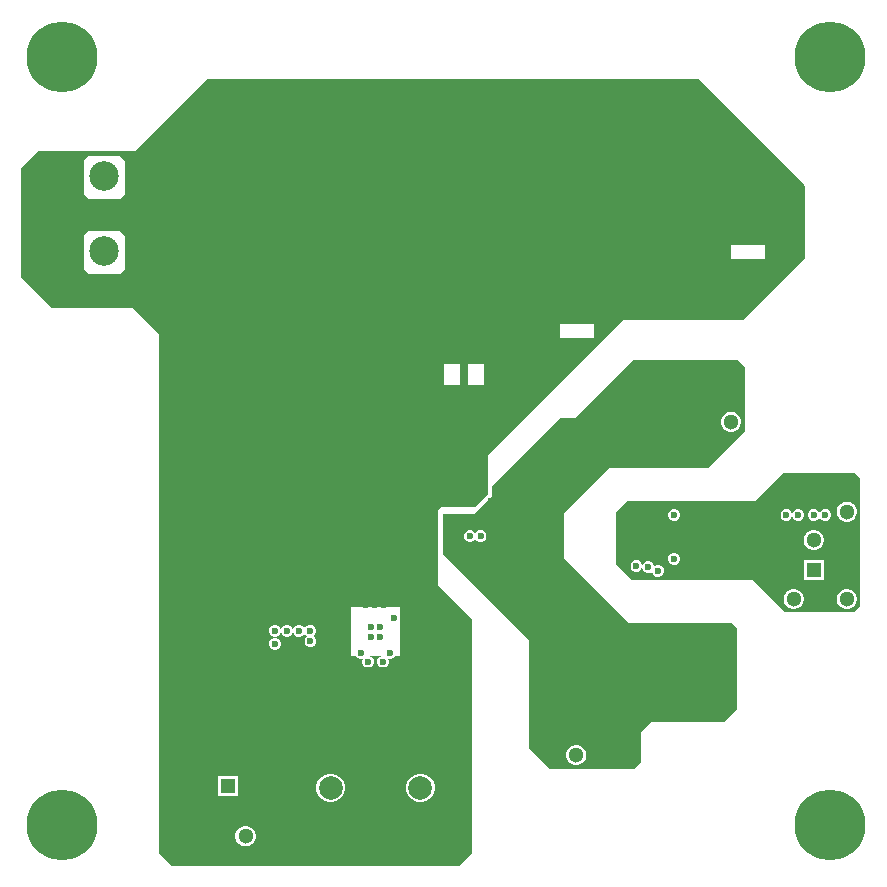
<source format=gbr>
%TF.GenerationSoftware,Altium Limited,Altium Designer,22.9.1 (49)*%
G04 Layer_Physical_Order=2*
G04 Layer_Color=36540*
%FSLAX45Y45*%
%MOMM*%
%TF.SameCoordinates,E77D5F78-0586-4990-9624-58BD59020D5A*%
%TF.FilePolarity,Positive*%
%TF.FileFunction,Copper,L2,Inr,Signal*%
%TF.Part,Single*%
G01*
G75*
%TA.AperFunction,ComponentPad*%
%ADD51C,2.50000*%
%ADD52C,1.30000*%
%ADD53C,0.60000*%
%ADD54R,1.30000X1.30000*%
%ADD55R,1.30000X1.30000*%
%ADD56C,1.90500*%
%ADD57C,2.00660*%
%ADD58C,6.00000*%
%TA.AperFunction,ViaPad*%
%ADD59C,0.60000*%
G36*
X6279999Y4370000D02*
X6280000Y3830000D01*
X5970000Y3520000D01*
X5125722Y3519999D01*
X4980000Y3374278D01*
X4750000Y3140000D01*
Y2749999D01*
X4975800Y2524199D01*
X5289999Y2210000D01*
X6159999Y2209999D01*
X6210000Y2159999D01*
X6210000Y1479999D01*
X6100000Y1370000D01*
X5490000D01*
X5400000Y1280000D01*
Y1030000D01*
X5339999Y970000D01*
X4630000D01*
X4450000Y1149999D01*
Y2059999D01*
X4199999Y2309999D01*
X4060000Y2449999D01*
X3720000Y2789999D01*
X3720000Y3130000D01*
X3990000D01*
X4140000Y3280000D01*
Y3370000D01*
X4710000Y3940000D01*
X4840000Y3940000D01*
X5329999Y4430000D01*
X6220000D01*
X6279999Y4370000D01*
D02*
G37*
G36*
X7250000Y3430000D02*
Y2350000D01*
X7200000Y2300000D01*
X6620000D01*
X6350000Y2570000D01*
X5320000D01*
X5190000Y2700000D01*
Y3150000D01*
X5280000Y3240000D01*
X6360000D01*
X6600000Y3480000D01*
X7200000Y3480000D01*
X7250000Y3430000D01*
D02*
G37*
G36*
X6790000Y5910000D02*
Y5300000D01*
X6260000Y4770000D01*
X5250000D01*
X4100000Y3620000D01*
Y3300000D01*
X3990000Y3190000D01*
X3710000D01*
X3680000Y3160000D01*
Y2530000D01*
X3970000Y2240000D01*
Y260000D01*
X3860000Y150000D01*
X1430000D01*
X1320000Y260000D01*
Y4650000D01*
X1100000Y4870000D01*
X410000D01*
X150000Y5130000D01*
Y6060000D01*
X290000Y6200000D01*
X1110000D01*
X1720000Y6810000D01*
X5890000D01*
X6790000Y5910000D01*
D02*
G37*
%LPC*%
G36*
X6171190Y3994999D02*
X6148809D01*
X6127191Y3989207D01*
X6107808Y3978016D01*
X6091983Y3962191D01*
X6080792Y3942808D01*
X6075000Y3921190D01*
Y3898809D01*
X6080792Y3877191D01*
X6091983Y3857808D01*
X6107808Y3841983D01*
X6127191Y3830792D01*
X6148809Y3825000D01*
X6171190D01*
X6192808Y3830792D01*
X6212191Y3841983D01*
X6228017Y3857808D01*
X6239207Y3877191D01*
X6244999Y3898809D01*
Y3921190D01*
X6239207Y3942808D01*
X6228017Y3962191D01*
X6212191Y3978016D01*
X6192808Y3989207D01*
X6171190Y3994999D01*
D02*
G37*
G36*
X4049946Y2990000D02*
X4030054D01*
X4011677Y2982388D01*
X4003297Y2974008D01*
X3995000Y2969684D01*
X3986703Y2974008D01*
X3978323Y2982388D01*
X3959946Y2990000D01*
X3940054D01*
X3921677Y2982388D01*
X3907612Y2968323D01*
X3900000Y2949946D01*
Y2930054D01*
X3907612Y2911677D01*
X3921677Y2897612D01*
X3940054Y2890000D01*
X3959946D01*
X3978323Y2897612D01*
X3986703Y2905992D01*
X3995000Y2910316D01*
X4003297Y2905992D01*
X4011677Y2897612D01*
X4030054Y2890000D01*
X4049946D01*
X4068323Y2897612D01*
X4082388Y2911677D01*
X4090000Y2930054D01*
Y2949946D01*
X4082388Y2968323D01*
X4068323Y2982388D01*
X4049946Y2990000D01*
D02*
G37*
G36*
X4861190Y1175000D02*
X4838809D01*
X4817191Y1169207D01*
X4797808Y1158017D01*
X4781983Y1142191D01*
X4770792Y1122809D01*
X4765000Y1101190D01*
Y1078809D01*
X4770792Y1057191D01*
X4781983Y1037809D01*
X4797808Y1021983D01*
X4817191Y1010792D01*
X4838809Y1005000D01*
X4861190D01*
X4882808Y1010792D01*
X4902191Y1021983D01*
X4918016Y1037809D01*
X4929207Y1057191D01*
X4934999Y1078809D01*
Y1101190D01*
X4929207Y1122809D01*
X4918016Y1142191D01*
X4902191Y1158017D01*
X4882808Y1169207D01*
X4861190Y1175000D01*
D02*
G37*
G36*
X6969945Y3170000D02*
X6950054D01*
X6931677Y3162388D01*
X6917612Y3148323D01*
X6910000Y3129946D01*
X6902388Y3148323D01*
X6888323Y3162388D01*
X6869946Y3170000D01*
X6850054D01*
X6831677Y3162388D01*
X6817612Y3148323D01*
X6810000Y3129946D01*
Y3110054D01*
X6817612Y3091677D01*
X6831677Y3077612D01*
X6850054Y3070000D01*
X6869946D01*
X6888323Y3077612D01*
X6902388Y3091677D01*
X6910000Y3110054D01*
X6917612Y3091677D01*
X6931677Y3077612D01*
X6950054Y3070000D01*
X6969945D01*
X6988323Y3077612D01*
X7002388Y3091677D01*
X7010000Y3110054D01*
Y3129946D01*
X7002388Y3148323D01*
X6988323Y3162388D01*
X6969945Y3170000D01*
D02*
G37*
G36*
X6739946D02*
X6720054D01*
X6701677Y3162388D01*
X6687612Y3148323D01*
X6680000Y3129946D01*
Y3110054D01*
X6687612Y3091677D01*
X6701677Y3077612D01*
X6720054Y3070000D01*
X6739946D01*
X6758323Y3077612D01*
X6772388Y3091677D01*
X6780000Y3110054D01*
Y3129946D01*
X6772388Y3148323D01*
X6758323Y3162388D01*
X6739946Y3170000D01*
D02*
G37*
G36*
X6639946D02*
X6620054D01*
X6601677Y3162388D01*
X6587612Y3148323D01*
X6580000Y3129946D01*
Y3110054D01*
X6587612Y3091677D01*
X6601677Y3077612D01*
X6620054Y3070000D01*
X6639946D01*
X6658323Y3077612D01*
X6672388Y3091677D01*
X6680000Y3110054D01*
Y3129946D01*
X6672388Y3148323D01*
X6658323Y3162388D01*
X6639946Y3170000D01*
D02*
G37*
G36*
X5689945Y3170000D02*
X5670054D01*
X5651677Y3162388D01*
X5637612Y3148322D01*
X5630000Y3129945D01*
Y3110054D01*
X5637612Y3091677D01*
X5651677Y3077612D01*
X5670054Y3070000D01*
X5689945D01*
X5708322Y3077612D01*
X5722388Y3091677D01*
X5729999Y3110054D01*
Y3129945D01*
X5722388Y3148322D01*
X5708322Y3162388D01*
X5689945Y3170000D01*
D02*
G37*
G36*
X7151190Y3234999D02*
X7128809D01*
X7107191Y3229207D01*
X7087809Y3218016D01*
X7071983Y3202191D01*
X7060792Y3182808D01*
X7055000Y3161190D01*
Y3138809D01*
X7060792Y3117191D01*
X7071983Y3097808D01*
X7087809Y3081983D01*
X7107191Y3070792D01*
X7128809Y3065000D01*
X7151190D01*
X7172808Y3070792D01*
X7192191Y3081983D01*
X7208017Y3097808D01*
X7219207Y3117191D01*
X7225000Y3138809D01*
Y3161190D01*
X7219207Y3182808D01*
X7208017Y3202191D01*
X7192191Y3218016D01*
X7172808Y3229207D01*
X7151190Y3234999D01*
D02*
G37*
G36*
X6871189Y2995000D02*
X6848809D01*
X6827190Y2989207D01*
X6807808Y2978017D01*
X6791982Y2962191D01*
X6780792Y2942808D01*
X6774999Y2921190D01*
Y2898809D01*
X6780792Y2877191D01*
X6791982Y2857809D01*
X6807808Y2841983D01*
X6827190Y2830792D01*
X6848809Y2825000D01*
X6871189D01*
X6892808Y2830792D01*
X6912190Y2841983D01*
X6928016Y2857809D01*
X6939206Y2877191D01*
X6944999Y2898809D01*
Y2921190D01*
X6939206Y2942808D01*
X6928016Y2962191D01*
X6912190Y2978017D01*
X6892808Y2989207D01*
X6871189Y2995000D01*
D02*
G37*
G36*
X5689945Y2799999D02*
X5670054D01*
X5651677Y2792388D01*
X5637612Y2778322D01*
X5630000Y2759945D01*
Y2740054D01*
X5637612Y2721677D01*
X5651677Y2707612D01*
X5670054Y2700000D01*
X5689945D01*
X5708322Y2707612D01*
X5722388Y2721677D01*
X5729999Y2740054D01*
Y2759945D01*
X5722388Y2778322D01*
X5708322Y2792388D01*
X5689945Y2799999D01*
D02*
G37*
G36*
X5369946Y2740000D02*
X5350054D01*
X5331677Y2732388D01*
X5317612Y2718323D01*
X5310000Y2699946D01*
Y2680054D01*
X5317612Y2661677D01*
X5331677Y2647612D01*
X5350054Y2640000D01*
X5369946D01*
X5388323Y2647612D01*
X5402388Y2661677D01*
X5410000Y2680054D01*
Y2699946D01*
X5402388Y2718323D01*
X5388323Y2732388D01*
X5369946Y2740000D01*
D02*
G37*
G36*
X5469946Y2730000D02*
X5450054D01*
X5431677Y2722388D01*
X5417612Y2708323D01*
X5410000Y2689946D01*
Y2670054D01*
X5417612Y2651677D01*
X5431677Y2637612D01*
X5450054Y2630000D01*
X5469946D01*
X5488323Y2637612D01*
X5490224Y2639513D01*
X5497612Y2621677D01*
X5511677Y2607612D01*
X5530054Y2600000D01*
X5549946D01*
X5568323Y2607612D01*
X5582388Y2621677D01*
X5590000Y2640054D01*
Y2659946D01*
X5582388Y2678323D01*
X5568323Y2692388D01*
X5549946Y2700000D01*
X5530054D01*
X5511677Y2692388D01*
X5509776Y2690487D01*
X5502388Y2708323D01*
X5488323Y2722388D01*
X5469946Y2730000D01*
D02*
G37*
G36*
X6944999Y2741000D02*
X6774999D01*
Y2571000D01*
X6944999D01*
Y2741000D01*
D02*
G37*
G36*
X6701160Y2494999D02*
X6678779D01*
X6657160Y2489207D01*
X6637778Y2478016D01*
X6621952Y2462190D01*
X6610762Y2442808D01*
X6604969Y2421190D01*
Y2398809D01*
X6610762Y2377191D01*
X6621952Y2357808D01*
X6637778Y2341982D01*
X6657160Y2330792D01*
X6678779Y2324999D01*
X6701160D01*
X6722778Y2330792D01*
X6742160Y2341982D01*
X6757986Y2357808D01*
X6769176Y2377191D01*
X6774969Y2398809D01*
Y2421190D01*
X6769176Y2442808D01*
X6757986Y2462190D01*
X6742160Y2478016D01*
X6722778Y2489207D01*
X6701160Y2494999D01*
D02*
G37*
G36*
X7151191Y2494999D02*
X7128810D01*
X7107192Y2489206D01*
X7087809Y2478016D01*
X7071983Y2462190D01*
X7060793Y2442807D01*
X7055000Y2421189D01*
Y2398808D01*
X7060793Y2377190D01*
X7071983Y2357808D01*
X7087809Y2341982D01*
X7107192Y2330791D01*
X7128810Y2324999D01*
X7151191D01*
X7172809Y2330791D01*
X7192191Y2341982D01*
X7208017Y2357808D01*
X7219208Y2377190D01*
X7225000Y2398808D01*
Y2421189D01*
X7219208Y2442807D01*
X7208017Y2462190D01*
X7192191Y2478016D01*
X7172809Y2489206D01*
X7151191Y2494999D01*
D02*
G37*
G36*
X990000Y6160000D02*
X720000D01*
X680000Y6120000D01*
Y5840000D01*
X720000Y5800000D01*
X990000D01*
X1030000Y5840000D01*
Y6120000D01*
X990000Y6160000D01*
D02*
G37*
G36*
X6450000Y5410000D02*
X6160000D01*
Y5290000D01*
X6450000Y5290000D01*
Y5410000D01*
D02*
G37*
G36*
X990000Y5525000D02*
X720000D01*
X680000Y5485000D01*
Y5205000D01*
X720000Y5165000D01*
X990000D01*
X1030000Y5205000D01*
Y5485000D01*
X990000Y5525000D01*
D02*
G37*
G36*
X5000000Y4740000D02*
X4710000D01*
Y4620000D01*
X5000000Y4620000D01*
Y4740000D01*
D02*
G37*
G36*
X4070000Y4400000D02*
X3930000D01*
Y4220000D01*
X4070000D01*
Y4400000D01*
D02*
G37*
G36*
X3870000D02*
X3730000D01*
Y4220000D01*
X3870000D01*
Y4400000D01*
D02*
G37*
G36*
X2609946Y2190000D02*
X2590054D01*
X2571677Y2182388D01*
X2557612Y2168323D01*
X2550000Y2149946D01*
X2542388Y2168323D01*
X2528323Y2182388D01*
X2509946Y2190000D01*
X2490054D01*
X2471677Y2182388D01*
X2457612Y2168323D01*
X2450000Y2149946D01*
Y2130054D01*
X2457612Y2111677D01*
X2471677Y2097612D01*
X2490054Y2090000D01*
X2509946D01*
X2528323Y2097612D01*
X2542388Y2111677D01*
X2550000Y2130054D01*
X2557612Y2111677D01*
X2571677Y2097612D01*
X2577983Y2095000D01*
X2571677Y2092388D01*
X2557612Y2078323D01*
X2550000Y2059946D01*
Y2040054D01*
X2557612Y2021677D01*
X2571677Y2007612D01*
X2590054Y2000000D01*
X2609946D01*
X2628323Y2007612D01*
X2642388Y2021677D01*
X2650000Y2040054D01*
Y2059946D01*
X2642388Y2078323D01*
X2628323Y2092388D01*
X2622017Y2095000D01*
X2628323Y2097612D01*
X2642388Y2111677D01*
X2650000Y2130054D01*
Y2149946D01*
X2642388Y2168323D01*
X2628323Y2182388D01*
X2609946Y2190000D01*
D02*
G37*
G36*
X2409946D02*
X2390054D01*
X2371677Y2182388D01*
X2357612Y2168323D01*
X2350000Y2149946D01*
Y2130054D01*
X2357612Y2111677D01*
X2371677Y2097612D01*
X2390054Y2090000D01*
X2409946D01*
X2428323Y2097612D01*
X2442388Y2111677D01*
X2450000Y2130054D01*
Y2149946D01*
X2442388Y2168323D01*
X2428323Y2182388D01*
X2409946Y2190000D01*
D02*
G37*
G36*
X2309946D02*
X2290054D01*
X2271677Y2182388D01*
X2257612Y2168323D01*
X2250000Y2149946D01*
Y2130054D01*
X2257612Y2111677D01*
X2271677Y2097612D01*
X2290054Y2090000D01*
X2309946D01*
X2328323Y2097612D01*
X2342388Y2111677D01*
X2350000Y2130054D01*
Y2149946D01*
X2342388Y2168323D01*
X2328323Y2182388D01*
X2309946Y2190000D01*
D02*
G37*
G36*
Y2080000D02*
X2290054D01*
X2271677Y2072388D01*
X2257612Y2058323D01*
X2250000Y2039946D01*
Y2020054D01*
X2257612Y2001677D01*
X2271677Y1987612D01*
X2290054Y1980000D01*
X2309946D01*
X2328323Y1987612D01*
X2342388Y2001677D01*
X2350000Y2020054D01*
Y2039946D01*
X2342388Y2058323D01*
X2328323Y2072388D01*
X2309946Y2080000D01*
D02*
G37*
G36*
X3359629Y2339333D02*
X2939629D01*
Y1929333D01*
X2984441D01*
X2987612Y1921677D01*
X3001677Y1907612D01*
X3020054Y1900000D01*
X3039946D01*
X3040501Y1900230D01*
X3036200Y1889845D01*
Y1869954D01*
X3043812Y1851577D01*
X3057877Y1837511D01*
X3076254Y1829900D01*
X3096145D01*
X3114523Y1837511D01*
X3128588Y1851577D01*
X3136200Y1869954D01*
Y1889845D01*
X3128588Y1908222D01*
X3114523Y1922287D01*
X3097513Y1929333D01*
X3201886D01*
X3184877Y1922287D01*
X3170812Y1908222D01*
X3163200Y1889845D01*
Y1869954D01*
X3170812Y1851577D01*
X3184877Y1837511D01*
X3203254Y1829900D01*
X3223145D01*
X3241523Y1837511D01*
X3255588Y1851577D01*
X3263200Y1869954D01*
Y1889845D01*
X3258774Y1900530D01*
X3260054Y1900000D01*
X3279946D01*
X3298323Y1907612D01*
X3312388Y1921677D01*
X3315559Y1929333D01*
X3359629D01*
Y2239158D01*
X3360000Y2240054D01*
Y2259946D01*
X3359629Y2260842D01*
Y2339333D01*
D02*
G37*
G36*
X1984999Y914999D02*
X1815000D01*
Y744999D01*
X1984999D01*
Y914999D01*
D02*
G37*
G36*
X3545842Y930329D02*
X3514158D01*
X3483554Y922129D01*
X3456116Y906287D01*
X3433712Y883884D01*
X3417870Y856445D01*
X3409670Y825841D01*
Y794158D01*
X3417870Y763554D01*
X3433712Y736115D01*
X3456116Y713712D01*
X3483554Y697870D01*
X3514158Y689669D01*
X3545842D01*
X3576445Y697870D01*
X3603884Y713712D01*
X3626288Y736115D01*
X3642130Y763554D01*
X3650330Y794158D01*
Y825841D01*
X3642130Y856445D01*
X3626288Y883884D01*
X3603884Y906287D01*
X3576445Y922129D01*
X3545842Y930329D01*
D02*
G37*
G36*
X2785842D02*
X2754158D01*
X2723554Y922129D01*
X2696116Y906287D01*
X2673712Y883884D01*
X2657870Y856445D01*
X2649670Y825841D01*
Y794158D01*
X2657870Y763554D01*
X2673712Y736115D01*
X2696116Y713712D01*
X2723554Y697870D01*
X2754158Y689669D01*
X2785842D01*
X2816445Y697870D01*
X2843884Y713712D01*
X2866288Y736115D01*
X2882130Y763554D01*
X2890330Y794158D01*
Y825841D01*
X2882130Y856445D01*
X2866288Y883884D01*
X2843884Y906287D01*
X2816445Y922129D01*
X2785842Y930329D01*
D02*
G37*
G36*
X2061190Y485000D02*
X2038809D01*
X2017191Y479207D01*
X1997809Y468017D01*
X1981983Y452191D01*
X1970793Y432809D01*
X1965000Y411190D01*
Y388809D01*
X1970793Y367191D01*
X1981983Y347809D01*
X1997809Y331983D01*
X2017191Y320793D01*
X2038809Y315000D01*
X2061190D01*
X2082809Y320793D01*
X2102191Y331983D01*
X2118017Y347809D01*
X2129207Y367191D01*
X2135000Y388809D01*
Y411190D01*
X2129207Y432809D01*
X2118017Y452191D01*
X2102191Y468017D01*
X2082809Y479207D01*
X2061190Y485000D01*
D02*
G37*
%LPD*%
D51*
X2537500Y6659999D02*
D03*
X1902500D02*
D03*
X854998Y5987500D02*
D03*
Y5352500D02*
D03*
D52*
X3599970Y6300000D02*
D03*
X1700000Y829999D02*
D03*
X2050000Y400000D02*
D03*
X1540000D02*
D03*
X4579978Y3630000D02*
D03*
X5989977Y5799999D02*
D03*
X3700000Y1500000D02*
D03*
X6859999Y2910000D02*
D03*
X7140000Y2409999D02*
D03*
X2600000Y1500000D02*
D03*
X6689969Y2409999D02*
D03*
X5849958Y1519998D02*
D03*
X1979961Y4499998D02*
D03*
X4619962Y4399998D02*
D03*
X5919964Y4299998D02*
D03*
X2599965Y2300000D02*
D03*
X4849999Y1090000D02*
D03*
X6160000Y3910000D02*
D03*
X5279999Y1090000D02*
D03*
X6159999Y4300000D02*
D03*
X4400000Y2239999D02*
D03*
X6359999Y3059999D02*
D03*
X3700000Y2300000D02*
D03*
X7140000Y3380000D02*
D03*
X7140000Y3150000D02*
D03*
D53*
X3110000Y2090000D02*
D03*
X3190000D02*
D03*
Y2169999D02*
D03*
X3110000D02*
D03*
D54*
X1900000Y829999D02*
D03*
D55*
X6859999Y2656000D02*
D03*
D56*
X3785270Y1065269D02*
D03*
Y554729D02*
D03*
X3274730D02*
D03*
Y1065269D02*
D03*
X3025270D02*
D03*
Y554729D02*
D03*
X2514730Y1065269D02*
D03*
Y554729D02*
D03*
D57*
X3530000Y809999D02*
D03*
X2770000D02*
D03*
D58*
X500000Y7000000D02*
D03*
X7000000D02*
D03*
X500000Y500000D02*
D03*
X7000000D02*
D03*
D59*
X3310000Y2250000D02*
D03*
X3150001Y6600000D02*
D03*
X5850000D02*
D03*
X5550001D02*
D03*
X4350000D02*
D03*
X4050000D02*
D03*
X3750000D02*
D03*
X3450000D02*
D03*
X4650000D02*
D03*
X4950000D02*
D03*
X5250000D02*
D03*
X2249999Y6599998D02*
D03*
X1649999D02*
D03*
X4190000Y3280000D02*
D03*
X4650000Y3150000D02*
D03*
X5070000Y2220000D02*
D03*
X5170000Y6110000D02*
D03*
X1550000Y6040000D02*
D03*
X1700000Y6110000D02*
D03*
X1650000Y6040000D02*
D03*
X1500000Y6110000D02*
D03*
X1600000D02*
D03*
X1450000Y6040000D02*
D03*
X1750000D02*
D03*
X2020000Y6110000D02*
D03*
X1810000Y6110000D02*
D03*
X2070000Y6040000D02*
D03*
X1870000D02*
D03*
X1970000D02*
D03*
X2120000Y6110000D02*
D03*
X1920000D02*
D03*
X2170000Y6040000D02*
D03*
X2230000Y6110000D02*
D03*
X2340000Y6110000D02*
D03*
X2290000Y6040000D02*
D03*
X2440000Y6110000D02*
D03*
X2590000Y6040000D02*
D03*
X2390000D02*
D03*
X2540000Y6110000D02*
D03*
X2490000Y6040000D02*
D03*
X2650000Y6110000D02*
D03*
X3070000D02*
D03*
X3490000D02*
D03*
X4750000D02*
D03*
X4330000D02*
D03*
X3910000D02*
D03*
X6150000Y5090000D02*
D03*
X2400000Y2700000D02*
D03*
X6599998Y5699998D02*
D03*
X6299998Y6299998D02*
D03*
X6449998Y5999998D02*
D03*
X6299998Y5699998D02*
D03*
X5999998Y6299998D02*
D03*
X6149998Y5999998D02*
D03*
X5699998Y6299998D02*
D03*
X5849998Y5999998D02*
D03*
X5399998Y6299998D02*
D03*
X5099998D02*
D03*
X4799999D02*
D03*
X4499999D02*
D03*
X4199999D02*
D03*
X3899999D02*
D03*
Y2099999D02*
D03*
Y1500000D02*
D03*
Y300000D02*
D03*
X3599999Y2099999D02*
D03*
X3749999Y1799999D02*
D03*
X3599999Y300000D02*
D03*
X3299999Y6299998D02*
D03*
Y300000D02*
D03*
X2999999Y6299998D02*
D03*
Y300000D02*
D03*
X2699999Y6299998D02*
D03*
Y300000D02*
D03*
X2399999Y6299998D02*
D03*
Y1500000D02*
D03*
Y300000D02*
D03*
X2099999Y6299998D02*
D03*
Y3899999D02*
D03*
Y3299999D02*
D03*
X2249999Y2999999D02*
D03*
X2099999Y2699999D02*
D03*
X2249999Y2399999D02*
D03*
X1799999Y6299998D02*
D03*
Y4499999D02*
D03*
X1949999Y4199999D02*
D03*
X1799999Y3899999D02*
D03*
X1949999Y3599999D02*
D03*
X1799999Y3299999D02*
D03*
X1949999Y2999999D02*
D03*
X1799999Y2699999D02*
D03*
X1949999Y2399999D02*
D03*
X1799999Y300000D02*
D03*
X1500000Y6299998D02*
D03*
Y4499999D02*
D03*
X1649999Y4199999D02*
D03*
X1500000Y3899999D02*
D03*
X1649999Y3599999D02*
D03*
X1500000Y3299999D02*
D03*
X1649999Y2999999D02*
D03*
X1500000Y2699999D02*
D03*
X1649999Y2399999D02*
D03*
X1500000Y2099999D02*
D03*
X6150000Y4830000D02*
D03*
X5850000D02*
D03*
X5550000D02*
D03*
X5270000Y4830000D02*
D03*
X5700000Y4960000D02*
D03*
X5990000D02*
D03*
X6300000D02*
D03*
X7190000Y2940000D02*
D03*
Y2740000D02*
D03*
X6920000Y2480000D02*
D03*
Y2360000D02*
D03*
X2680000Y2740000D02*
D03*
X3630000Y2660000D02*
D03*
X2680000D02*
D03*
X3390000Y2520000D02*
D03*
X3470000D02*
D03*
X3550000D02*
D03*
X2920000D02*
D03*
X2840000D02*
D03*
X2760000D02*
D03*
X2720000Y2590000D02*
D03*
X3590000D02*
D03*
X4100000Y2560000D02*
D03*
Y2640000D02*
D03*
Y2470000D02*
D03*
X4180000Y2560000D02*
D03*
X4300000Y3420000D02*
D03*
Y2300000D02*
D03*
X4310000Y2380000D02*
D03*
X4230000Y2360000D02*
D03*
X4170000Y2410000D02*
D03*
X4580000Y2060000D02*
D03*
X4590000Y1860000D02*
D03*
X4580000Y1410000D02*
D03*
X4490000D02*
D03*
Y1630000D02*
D03*
X4500000Y1860000D02*
D03*
X4530000Y2260000D02*
D03*
X4500000Y2060000D02*
D03*
X4640000Y3760000D02*
D03*
X4720000Y3810000D02*
D03*
Y3710000D02*
D03*
X4780000Y3520000D02*
D03*
X4660000D02*
D03*
X4710000Y3450000D02*
D03*
X4610000D02*
D03*
X4130000Y3240000D02*
D03*
Y3080000D02*
D03*
X4210000Y3160000D02*
D03*
X4130000D02*
D03*
X3750000Y2850000D02*
D03*
X3810000Y3050000D02*
D03*
X3750000Y3090000D02*
D03*
X4230000Y3350000D02*
D03*
X4040000Y2940000D02*
D03*
X3950000D02*
D03*
X3810000Y2970000D02*
D03*
X3630000Y2740000D02*
D03*
X3810000Y2890000D02*
D03*
X3750000Y2930000D02*
D03*
X4820000Y4430000D02*
D03*
X5060000Y4790000D02*
D03*
X4560000Y4210000D02*
D03*
X4730000Y4550000D02*
D03*
X4940000D02*
D03*
X6450000Y3240000D02*
D03*
X5820000Y3200000D02*
D03*
X5990000D02*
D03*
X6170000D02*
D03*
X6510000Y2700000D02*
D03*
X6320000D02*
D03*
X6120000D02*
D03*
X5920000D02*
D03*
X5590000Y2750000D02*
D03*
X1370000Y400000D02*
D03*
X1700000D02*
D03*
X1370000Y570000D02*
D03*
X1700000D02*
D03*
X1540000D02*
D03*
X5460000Y2680000D02*
D03*
X2610000Y3000000D02*
D03*
X2430000D02*
D03*
X2520000D02*
D03*
X2470000Y2250000D02*
D03*
X2190000Y1900000D02*
D03*
X2230000Y2240000D02*
D03*
X3270000Y1950000D02*
D03*
X3030000D02*
D03*
X2960000Y6110000D02*
D03*
X2760000D02*
D03*
X2860000D02*
D03*
X3380000D02*
D03*
X3180000D02*
D03*
X3280000D02*
D03*
X3800000D02*
D03*
X3600000D02*
D03*
X3700000D02*
D03*
X4220000D02*
D03*
X4020000D02*
D03*
X4120000D02*
D03*
X4640000D02*
D03*
X4440000D02*
D03*
X4540000D02*
D03*
X5060000D02*
D03*
X4860000D02*
D03*
X4960000D02*
D03*
X5380000D02*
D03*
X5280000D02*
D03*
X5480000D02*
D03*
X5530000Y6040000D02*
D03*
X5330000D02*
D03*
X5430000D02*
D03*
X5230000D02*
D03*
X4490000D02*
D03*
X4690000D02*
D03*
X4590000D02*
D03*
X4390000D02*
D03*
X3970000D02*
D03*
X4070000D02*
D03*
X4170000D02*
D03*
X4270000D02*
D03*
X3230000D02*
D03*
X3130000D02*
D03*
X3330000D02*
D03*
X3430000D02*
D03*
X3750000D02*
D03*
X4910000D02*
D03*
X2810000D02*
D03*
X2710000D02*
D03*
X5110000D02*
D03*
X3850000D02*
D03*
X3010000D02*
D03*
X3550000D02*
D03*
X3650000D02*
D03*
X4810000D02*
D03*
X2910000D02*
D03*
X5010000D02*
D03*
X5680000Y2750000D02*
D03*
X5540000Y2650000D02*
D03*
X5360000Y2690000D02*
D03*
X6630000Y3120000D02*
D03*
X6730000D02*
D03*
X6860000D02*
D03*
X6960000D02*
D03*
X6330000Y5540000D02*
D03*
X6420000D02*
D03*
X6510000D02*
D03*
X6240000D02*
D03*
X5060000Y4870000D02*
D03*
X4970000D02*
D03*
X4880000D02*
D03*
X1630000Y1180000D02*
D03*
Y1270000D02*
D03*
X1550000Y1420000D02*
D03*
X1630000Y1370000D02*
D03*
X2230000Y1420000D02*
D03*
X2310000Y1120000D02*
D03*
Y1320000D02*
D03*
X3370000Y1860000D02*
D03*
X2930000D02*
D03*
X2600000Y2140000D02*
D03*
Y1840000D02*
D03*
X2500000Y1770000D02*
D03*
X2400000D02*
D03*
X2300000D02*
D03*
Y1860000D02*
D03*
X2400000Y2140000D02*
D03*
X2300000D02*
D03*
Y2030000D02*
D03*
X2500000Y2140000D02*
D03*
X2600000Y2050000D02*
D03*
X5290000Y3940000D02*
D03*
X6040000Y4100000D02*
D03*
X5550000Y3580000D02*
D03*
X5950000D02*
D03*
X5750000D02*
D03*
X5700000Y3980000D02*
D03*
X5340000Y4010000D02*
D03*
X4720000Y3610000D02*
D03*
X4510000Y3510000D02*
D03*
X5170000Y1270000D02*
D03*
Y1350000D02*
D03*
X5040000Y2410000D02*
D03*
Y2320000D02*
D03*
X6110000Y1470000D02*
D03*
X6020000D02*
D03*
X4590000Y2310000D02*
D03*
X4570000Y1630000D02*
D03*
X4510000Y1310000D02*
D03*
Y1510000D02*
D03*
Y1760000D02*
D03*
Y1960000D02*
D03*
Y2160000D02*
D03*
X4410000Y2360000D02*
D03*
X4530000D02*
D03*
X4390000Y3510000D02*
D03*
X2800000Y2590000D02*
D03*
X2880000D02*
D03*
X2960000D02*
D03*
X3040000D02*
D03*
X3510000Y2590000D02*
D03*
X3270000D02*
D03*
X3350000D02*
D03*
X3430000D02*
D03*
X5760000Y2650000D02*
D03*
X5470000Y3210000D02*
D03*
X5370000D02*
D03*
X5230000Y3130000D02*
D03*
Y3030000D02*
D03*
Y2930000D02*
D03*
Y2830000D02*
D03*
Y2730000D02*
D03*
X4650000D02*
D03*
Y2830000D02*
D03*
Y2930000D02*
D03*
Y3040000D02*
D03*
X3080000Y2660000D02*
D03*
X3550000D02*
D03*
X3470000D02*
D03*
X3390000D02*
D03*
X3310000D02*
D03*
X2760000D02*
D03*
X2840000D02*
D03*
X2920000D02*
D03*
X3000000D02*
D03*
X3230000D02*
D03*
X6630000Y3430000D02*
D03*
X6730000D02*
D03*
X6960000D02*
D03*
X6860000D02*
D03*
X3750000Y3010000D02*
D03*
X5590000Y3120000D02*
D03*
X5680000D02*
D03*
X3071841Y2355042D02*
D03*
X3086200Y1879899D02*
D03*
X3213200D02*
D03*
X3088042Y1756441D02*
D03*
X3208042D02*
D03*
X2968042D02*
D03*
X3298042Y1416441D02*
D03*
X3150000Y2355042D02*
D03*
X2908042Y1506441D02*
D03*
X2928042Y1436441D02*
D03*
X3224241Y2355042D02*
D03*
X3388042Y1506441D02*
D03*
X3328042Y1756441D02*
D03*
X3368042Y1436441D02*
D03*
X2998042Y1416441D02*
D03*
%TF.MD5,aac511a6cc86e23cf506e9cfe2bdc33e*%
M02*

</source>
